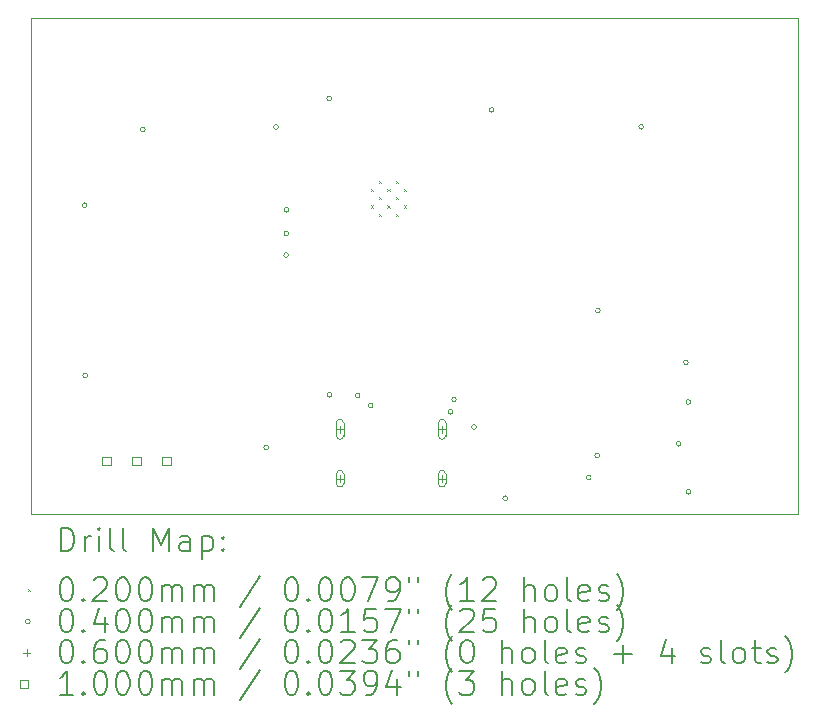
<source format=gbr>
%TF.GenerationSoftware,KiCad,Pcbnew,7.0.10*%
%TF.CreationDate,2025-07-15T10:48:53-04:00*%
%TF.ProjectId,EMGauntlet,454d4761-756e-4746-9c65-742e6b696361,rev?*%
%TF.SameCoordinates,Original*%
%TF.FileFunction,Drillmap*%
%TF.FilePolarity,Positive*%
%FSLAX45Y45*%
G04 Gerber Fmt 4.5, Leading zero omitted, Abs format (unit mm)*
G04 Created by KiCad (PCBNEW 7.0.10) date 2025-07-15 10:48:53*
%MOMM*%
%LPD*%
G01*
G04 APERTURE LIST*
%ADD10C,0.100000*%
%ADD11C,0.200000*%
G04 APERTURE END LIST*
D10*
X19400000Y-8150000D02*
X19400000Y-12350000D01*
X19400000Y-12350000D02*
X12900000Y-12350000D01*
X12900000Y-12350000D02*
X12900000Y-8150000D01*
X12900000Y-8150000D02*
X19400000Y-8150000D01*
D11*
D10*
X15779500Y-9596000D02*
X15799500Y-9616000D01*
X15799500Y-9596000D02*
X15779500Y-9616000D01*
X15779500Y-9736000D02*
X15799500Y-9756000D01*
X15799500Y-9736000D02*
X15779500Y-9756000D01*
X15849500Y-9526000D02*
X15869500Y-9546000D01*
X15869500Y-9526000D02*
X15849500Y-9546000D01*
X15849500Y-9666000D02*
X15869500Y-9686000D01*
X15869500Y-9666000D02*
X15849500Y-9686000D01*
X15849500Y-9806000D02*
X15869500Y-9826000D01*
X15869500Y-9806000D02*
X15849500Y-9826000D01*
X15919500Y-9596000D02*
X15939500Y-9616000D01*
X15939500Y-9596000D02*
X15919500Y-9616000D01*
X15919500Y-9736000D02*
X15939500Y-9756000D01*
X15939500Y-9736000D02*
X15919500Y-9756000D01*
X15989500Y-9526000D02*
X16009500Y-9546000D01*
X16009500Y-9526000D02*
X15989500Y-9546000D01*
X15989500Y-9666000D02*
X16009500Y-9686000D01*
X16009500Y-9666000D02*
X15989500Y-9686000D01*
X15989500Y-9806000D02*
X16009500Y-9826000D01*
X16009500Y-9806000D02*
X15989500Y-9826000D01*
X16059500Y-9596000D02*
X16079500Y-9616000D01*
X16079500Y-9596000D02*
X16059500Y-9616000D01*
X16059500Y-9736000D02*
X16079500Y-9756000D01*
X16079500Y-9736000D02*
X16059500Y-9756000D01*
X13376800Y-9734760D02*
G75*
G03*
X13336800Y-9734760I-20000J0D01*
G01*
X13336800Y-9734760D02*
G75*
G03*
X13376800Y-9734760I20000J0D01*
G01*
X13380700Y-11176700D02*
G75*
G03*
X13340700Y-11176700I-20000J0D01*
G01*
X13340700Y-11176700D02*
G75*
G03*
X13380700Y-11176700I20000J0D01*
G01*
X13868800Y-9094870D02*
G75*
G03*
X13828800Y-9094870I-20000J0D01*
G01*
X13828800Y-9094870D02*
G75*
G03*
X13868800Y-9094870I20000J0D01*
G01*
X14913800Y-11784500D02*
G75*
G03*
X14873800Y-11784500I-20000J0D01*
G01*
X14873800Y-11784500D02*
G75*
G03*
X14913800Y-11784500I20000J0D01*
G01*
X14996000Y-9073620D02*
G75*
G03*
X14956000Y-9073620I-20000J0D01*
G01*
X14956000Y-9073620D02*
G75*
G03*
X14996000Y-9073620I20000J0D01*
G01*
X15082300Y-10157100D02*
G75*
G03*
X15042300Y-10157100I-20000J0D01*
G01*
X15042300Y-10157100D02*
G75*
G03*
X15082300Y-10157100I20000J0D01*
G01*
X15084800Y-9774760D02*
G75*
G03*
X15044800Y-9774760I-20000J0D01*
G01*
X15044800Y-9774760D02*
G75*
G03*
X15084800Y-9774760I20000J0D01*
G01*
X15084800Y-9975140D02*
G75*
G03*
X15044800Y-9975140I-20000J0D01*
G01*
X15044800Y-9975140D02*
G75*
G03*
X15084800Y-9975140I20000J0D01*
G01*
X15447100Y-8831120D02*
G75*
G03*
X15407100Y-8831120I-20000J0D01*
G01*
X15407100Y-8831120D02*
G75*
G03*
X15447100Y-8831120I20000J0D01*
G01*
X15448800Y-11340900D02*
G75*
G03*
X15408800Y-11340900I-20000J0D01*
G01*
X15408800Y-11340900D02*
G75*
G03*
X15448800Y-11340900I20000J0D01*
G01*
X15687700Y-11344800D02*
G75*
G03*
X15647700Y-11344800I-20000J0D01*
G01*
X15647700Y-11344800D02*
G75*
G03*
X15687700Y-11344800I20000J0D01*
G01*
X15798000Y-11429100D02*
G75*
G03*
X15758000Y-11429100I-20000J0D01*
G01*
X15758000Y-11429100D02*
G75*
G03*
X15798000Y-11429100I20000J0D01*
G01*
X16473800Y-11484800D02*
G75*
G03*
X16433800Y-11484800I-20000J0D01*
G01*
X16433800Y-11484800D02*
G75*
G03*
X16473800Y-11484800I20000J0D01*
G01*
X16503700Y-11379600D02*
G75*
G03*
X16463700Y-11379600I-20000J0D01*
G01*
X16463700Y-11379600D02*
G75*
G03*
X16503700Y-11379600I20000J0D01*
G01*
X16673100Y-11612100D02*
G75*
G03*
X16633100Y-11612100I-20000J0D01*
G01*
X16633100Y-11612100D02*
G75*
G03*
X16673100Y-11612100I20000J0D01*
G01*
X16822400Y-8928120D02*
G75*
G03*
X16782400Y-8928120I-20000J0D01*
G01*
X16782400Y-8928120D02*
G75*
G03*
X16822400Y-8928120I20000J0D01*
G01*
X16937200Y-12215500D02*
G75*
G03*
X16897200Y-12215500I-20000J0D01*
G01*
X16897200Y-12215500D02*
G75*
G03*
X16937200Y-12215500I20000J0D01*
G01*
X17643500Y-12039600D02*
G75*
G03*
X17603500Y-12039600I-20000J0D01*
G01*
X17603500Y-12039600D02*
G75*
G03*
X17643500Y-12039600I20000J0D01*
G01*
X17716700Y-11853200D02*
G75*
G03*
X17676700Y-11853200I-20000J0D01*
G01*
X17676700Y-11853200D02*
G75*
G03*
X17716700Y-11853200I20000J0D01*
G01*
X17721700Y-10627700D02*
G75*
G03*
X17681700Y-10627700I-20000J0D01*
G01*
X17681700Y-10627700D02*
G75*
G03*
X17721700Y-10627700I20000J0D01*
G01*
X18087700Y-9071070D02*
G75*
G03*
X18047700Y-9071070I-20000J0D01*
G01*
X18047700Y-9071070D02*
G75*
G03*
X18087700Y-9071070I20000J0D01*
G01*
X18404650Y-11753880D02*
G75*
G03*
X18364650Y-11753880I-20000J0D01*
G01*
X18364650Y-11753880D02*
G75*
G03*
X18404650Y-11753880I20000J0D01*
G01*
X18466900Y-11064600D02*
G75*
G03*
X18426900Y-11064600I-20000J0D01*
G01*
X18426900Y-11064600D02*
G75*
G03*
X18466900Y-11064600I20000J0D01*
G01*
X18487800Y-11400900D02*
G75*
G03*
X18447800Y-11400900I-20000J0D01*
G01*
X18447800Y-11400900D02*
G75*
G03*
X18487800Y-11400900I20000J0D01*
G01*
X18489000Y-12162700D02*
G75*
G03*
X18449000Y-12162700I-20000J0D01*
G01*
X18449000Y-12162700D02*
G75*
G03*
X18489000Y-12162700I20000J0D01*
G01*
X15518000Y-11602000D02*
X15518000Y-11662000D01*
X15488000Y-11632000D02*
X15548000Y-11632000D01*
X15488000Y-11577000D02*
X15488000Y-11687000D01*
X15488000Y-11687000D02*
G75*
G03*
X15548000Y-11687000I30000J0D01*
G01*
X15548000Y-11687000D02*
X15548000Y-11577000D01*
X15548000Y-11577000D02*
G75*
G03*
X15488000Y-11577000I-30000J0D01*
G01*
X15518000Y-12020000D02*
X15518000Y-12080000D01*
X15488000Y-12050000D02*
X15548000Y-12050000D01*
X15488000Y-12010000D02*
X15488000Y-12090000D01*
X15488000Y-12090000D02*
G75*
G03*
X15548000Y-12090000I30000J0D01*
G01*
X15548000Y-12090000D02*
X15548000Y-12010000D01*
X15548000Y-12010000D02*
G75*
G03*
X15488000Y-12010000I-30000J0D01*
G01*
X16382000Y-11602000D02*
X16382000Y-11662000D01*
X16352000Y-11632000D02*
X16412000Y-11632000D01*
X16352000Y-11577000D02*
X16352000Y-11687000D01*
X16352000Y-11687000D02*
G75*
G03*
X16412000Y-11687000I30000J0D01*
G01*
X16412000Y-11687000D02*
X16412000Y-11577000D01*
X16412000Y-11577000D02*
G75*
G03*
X16352000Y-11577000I-30000J0D01*
G01*
X16382000Y-12020000D02*
X16382000Y-12080000D01*
X16352000Y-12050000D02*
X16412000Y-12050000D01*
X16352000Y-12010000D02*
X16352000Y-12090000D01*
X16352000Y-12090000D02*
G75*
G03*
X16412000Y-12090000I30000J0D01*
G01*
X16412000Y-12090000D02*
X16412000Y-12010000D01*
X16412000Y-12010000D02*
G75*
G03*
X16352000Y-12010000I-30000J0D01*
G01*
X13577356Y-11935356D02*
X13577356Y-11864644D01*
X13506644Y-11864644D01*
X13506644Y-11935356D01*
X13577356Y-11935356D01*
X13831356Y-11935356D02*
X13831356Y-11864644D01*
X13760644Y-11864644D01*
X13760644Y-11935356D01*
X13831356Y-11935356D01*
X14085356Y-11935356D02*
X14085356Y-11864644D01*
X14014644Y-11864644D01*
X14014644Y-11935356D01*
X14085356Y-11935356D01*
D11*
X13155777Y-12666484D02*
X13155777Y-12466484D01*
X13155777Y-12466484D02*
X13203396Y-12466484D01*
X13203396Y-12466484D02*
X13231967Y-12476008D01*
X13231967Y-12476008D02*
X13251015Y-12495055D01*
X13251015Y-12495055D02*
X13260539Y-12514103D01*
X13260539Y-12514103D02*
X13270062Y-12552198D01*
X13270062Y-12552198D02*
X13270062Y-12580769D01*
X13270062Y-12580769D02*
X13260539Y-12618865D01*
X13260539Y-12618865D02*
X13251015Y-12637912D01*
X13251015Y-12637912D02*
X13231967Y-12656960D01*
X13231967Y-12656960D02*
X13203396Y-12666484D01*
X13203396Y-12666484D02*
X13155777Y-12666484D01*
X13355777Y-12666484D02*
X13355777Y-12533150D01*
X13355777Y-12571246D02*
X13365301Y-12552198D01*
X13365301Y-12552198D02*
X13374824Y-12542674D01*
X13374824Y-12542674D02*
X13393872Y-12533150D01*
X13393872Y-12533150D02*
X13412920Y-12533150D01*
X13479586Y-12666484D02*
X13479586Y-12533150D01*
X13479586Y-12466484D02*
X13470062Y-12476008D01*
X13470062Y-12476008D02*
X13479586Y-12485531D01*
X13479586Y-12485531D02*
X13489110Y-12476008D01*
X13489110Y-12476008D02*
X13479586Y-12466484D01*
X13479586Y-12466484D02*
X13479586Y-12485531D01*
X13603396Y-12666484D02*
X13584348Y-12656960D01*
X13584348Y-12656960D02*
X13574824Y-12637912D01*
X13574824Y-12637912D02*
X13574824Y-12466484D01*
X13708158Y-12666484D02*
X13689110Y-12656960D01*
X13689110Y-12656960D02*
X13679586Y-12637912D01*
X13679586Y-12637912D02*
X13679586Y-12466484D01*
X13936729Y-12666484D02*
X13936729Y-12466484D01*
X13936729Y-12466484D02*
X14003396Y-12609341D01*
X14003396Y-12609341D02*
X14070062Y-12466484D01*
X14070062Y-12466484D02*
X14070062Y-12666484D01*
X14251015Y-12666484D02*
X14251015Y-12561722D01*
X14251015Y-12561722D02*
X14241491Y-12542674D01*
X14241491Y-12542674D02*
X14222443Y-12533150D01*
X14222443Y-12533150D02*
X14184348Y-12533150D01*
X14184348Y-12533150D02*
X14165301Y-12542674D01*
X14251015Y-12656960D02*
X14231967Y-12666484D01*
X14231967Y-12666484D02*
X14184348Y-12666484D01*
X14184348Y-12666484D02*
X14165301Y-12656960D01*
X14165301Y-12656960D02*
X14155777Y-12637912D01*
X14155777Y-12637912D02*
X14155777Y-12618865D01*
X14155777Y-12618865D02*
X14165301Y-12599817D01*
X14165301Y-12599817D02*
X14184348Y-12590293D01*
X14184348Y-12590293D02*
X14231967Y-12590293D01*
X14231967Y-12590293D02*
X14251015Y-12580769D01*
X14346253Y-12533150D02*
X14346253Y-12733150D01*
X14346253Y-12542674D02*
X14365301Y-12533150D01*
X14365301Y-12533150D02*
X14403396Y-12533150D01*
X14403396Y-12533150D02*
X14422443Y-12542674D01*
X14422443Y-12542674D02*
X14431967Y-12552198D01*
X14431967Y-12552198D02*
X14441491Y-12571246D01*
X14441491Y-12571246D02*
X14441491Y-12628388D01*
X14441491Y-12628388D02*
X14431967Y-12647436D01*
X14431967Y-12647436D02*
X14422443Y-12656960D01*
X14422443Y-12656960D02*
X14403396Y-12666484D01*
X14403396Y-12666484D02*
X14365301Y-12666484D01*
X14365301Y-12666484D02*
X14346253Y-12656960D01*
X14527205Y-12647436D02*
X14536729Y-12656960D01*
X14536729Y-12656960D02*
X14527205Y-12666484D01*
X14527205Y-12666484D02*
X14517682Y-12656960D01*
X14517682Y-12656960D02*
X14527205Y-12647436D01*
X14527205Y-12647436D02*
X14527205Y-12666484D01*
X14527205Y-12542674D02*
X14536729Y-12552198D01*
X14536729Y-12552198D02*
X14527205Y-12561722D01*
X14527205Y-12561722D02*
X14517682Y-12552198D01*
X14517682Y-12552198D02*
X14527205Y-12542674D01*
X14527205Y-12542674D02*
X14527205Y-12561722D01*
D10*
X12875000Y-12985000D02*
X12895000Y-13005000D01*
X12895000Y-12985000D02*
X12875000Y-13005000D01*
D11*
X13193872Y-12886484D02*
X13212920Y-12886484D01*
X13212920Y-12886484D02*
X13231967Y-12896008D01*
X13231967Y-12896008D02*
X13241491Y-12905531D01*
X13241491Y-12905531D02*
X13251015Y-12924579D01*
X13251015Y-12924579D02*
X13260539Y-12962674D01*
X13260539Y-12962674D02*
X13260539Y-13010293D01*
X13260539Y-13010293D02*
X13251015Y-13048388D01*
X13251015Y-13048388D02*
X13241491Y-13067436D01*
X13241491Y-13067436D02*
X13231967Y-13076960D01*
X13231967Y-13076960D02*
X13212920Y-13086484D01*
X13212920Y-13086484D02*
X13193872Y-13086484D01*
X13193872Y-13086484D02*
X13174824Y-13076960D01*
X13174824Y-13076960D02*
X13165301Y-13067436D01*
X13165301Y-13067436D02*
X13155777Y-13048388D01*
X13155777Y-13048388D02*
X13146253Y-13010293D01*
X13146253Y-13010293D02*
X13146253Y-12962674D01*
X13146253Y-12962674D02*
X13155777Y-12924579D01*
X13155777Y-12924579D02*
X13165301Y-12905531D01*
X13165301Y-12905531D02*
X13174824Y-12896008D01*
X13174824Y-12896008D02*
X13193872Y-12886484D01*
X13346253Y-13067436D02*
X13355777Y-13076960D01*
X13355777Y-13076960D02*
X13346253Y-13086484D01*
X13346253Y-13086484D02*
X13336729Y-13076960D01*
X13336729Y-13076960D02*
X13346253Y-13067436D01*
X13346253Y-13067436D02*
X13346253Y-13086484D01*
X13431967Y-12905531D02*
X13441491Y-12896008D01*
X13441491Y-12896008D02*
X13460539Y-12886484D01*
X13460539Y-12886484D02*
X13508158Y-12886484D01*
X13508158Y-12886484D02*
X13527205Y-12896008D01*
X13527205Y-12896008D02*
X13536729Y-12905531D01*
X13536729Y-12905531D02*
X13546253Y-12924579D01*
X13546253Y-12924579D02*
X13546253Y-12943627D01*
X13546253Y-12943627D02*
X13536729Y-12972198D01*
X13536729Y-12972198D02*
X13422443Y-13086484D01*
X13422443Y-13086484D02*
X13546253Y-13086484D01*
X13670062Y-12886484D02*
X13689110Y-12886484D01*
X13689110Y-12886484D02*
X13708158Y-12896008D01*
X13708158Y-12896008D02*
X13717682Y-12905531D01*
X13717682Y-12905531D02*
X13727205Y-12924579D01*
X13727205Y-12924579D02*
X13736729Y-12962674D01*
X13736729Y-12962674D02*
X13736729Y-13010293D01*
X13736729Y-13010293D02*
X13727205Y-13048388D01*
X13727205Y-13048388D02*
X13717682Y-13067436D01*
X13717682Y-13067436D02*
X13708158Y-13076960D01*
X13708158Y-13076960D02*
X13689110Y-13086484D01*
X13689110Y-13086484D02*
X13670062Y-13086484D01*
X13670062Y-13086484D02*
X13651015Y-13076960D01*
X13651015Y-13076960D02*
X13641491Y-13067436D01*
X13641491Y-13067436D02*
X13631967Y-13048388D01*
X13631967Y-13048388D02*
X13622443Y-13010293D01*
X13622443Y-13010293D02*
X13622443Y-12962674D01*
X13622443Y-12962674D02*
X13631967Y-12924579D01*
X13631967Y-12924579D02*
X13641491Y-12905531D01*
X13641491Y-12905531D02*
X13651015Y-12896008D01*
X13651015Y-12896008D02*
X13670062Y-12886484D01*
X13860539Y-12886484D02*
X13879586Y-12886484D01*
X13879586Y-12886484D02*
X13898634Y-12896008D01*
X13898634Y-12896008D02*
X13908158Y-12905531D01*
X13908158Y-12905531D02*
X13917682Y-12924579D01*
X13917682Y-12924579D02*
X13927205Y-12962674D01*
X13927205Y-12962674D02*
X13927205Y-13010293D01*
X13927205Y-13010293D02*
X13917682Y-13048388D01*
X13917682Y-13048388D02*
X13908158Y-13067436D01*
X13908158Y-13067436D02*
X13898634Y-13076960D01*
X13898634Y-13076960D02*
X13879586Y-13086484D01*
X13879586Y-13086484D02*
X13860539Y-13086484D01*
X13860539Y-13086484D02*
X13841491Y-13076960D01*
X13841491Y-13076960D02*
X13831967Y-13067436D01*
X13831967Y-13067436D02*
X13822443Y-13048388D01*
X13822443Y-13048388D02*
X13812920Y-13010293D01*
X13812920Y-13010293D02*
X13812920Y-12962674D01*
X13812920Y-12962674D02*
X13822443Y-12924579D01*
X13822443Y-12924579D02*
X13831967Y-12905531D01*
X13831967Y-12905531D02*
X13841491Y-12896008D01*
X13841491Y-12896008D02*
X13860539Y-12886484D01*
X14012920Y-13086484D02*
X14012920Y-12953150D01*
X14012920Y-12972198D02*
X14022443Y-12962674D01*
X14022443Y-12962674D02*
X14041491Y-12953150D01*
X14041491Y-12953150D02*
X14070063Y-12953150D01*
X14070063Y-12953150D02*
X14089110Y-12962674D01*
X14089110Y-12962674D02*
X14098634Y-12981722D01*
X14098634Y-12981722D02*
X14098634Y-13086484D01*
X14098634Y-12981722D02*
X14108158Y-12962674D01*
X14108158Y-12962674D02*
X14127205Y-12953150D01*
X14127205Y-12953150D02*
X14155777Y-12953150D01*
X14155777Y-12953150D02*
X14174824Y-12962674D01*
X14174824Y-12962674D02*
X14184348Y-12981722D01*
X14184348Y-12981722D02*
X14184348Y-13086484D01*
X14279586Y-13086484D02*
X14279586Y-12953150D01*
X14279586Y-12972198D02*
X14289110Y-12962674D01*
X14289110Y-12962674D02*
X14308158Y-12953150D01*
X14308158Y-12953150D02*
X14336729Y-12953150D01*
X14336729Y-12953150D02*
X14355777Y-12962674D01*
X14355777Y-12962674D02*
X14365301Y-12981722D01*
X14365301Y-12981722D02*
X14365301Y-13086484D01*
X14365301Y-12981722D02*
X14374824Y-12962674D01*
X14374824Y-12962674D02*
X14393872Y-12953150D01*
X14393872Y-12953150D02*
X14422443Y-12953150D01*
X14422443Y-12953150D02*
X14441491Y-12962674D01*
X14441491Y-12962674D02*
X14451015Y-12981722D01*
X14451015Y-12981722D02*
X14451015Y-13086484D01*
X14841491Y-12876960D02*
X14670063Y-13134103D01*
X15098634Y-12886484D02*
X15117682Y-12886484D01*
X15117682Y-12886484D02*
X15136729Y-12896008D01*
X15136729Y-12896008D02*
X15146253Y-12905531D01*
X15146253Y-12905531D02*
X15155777Y-12924579D01*
X15155777Y-12924579D02*
X15165301Y-12962674D01*
X15165301Y-12962674D02*
X15165301Y-13010293D01*
X15165301Y-13010293D02*
X15155777Y-13048388D01*
X15155777Y-13048388D02*
X15146253Y-13067436D01*
X15146253Y-13067436D02*
X15136729Y-13076960D01*
X15136729Y-13076960D02*
X15117682Y-13086484D01*
X15117682Y-13086484D02*
X15098634Y-13086484D01*
X15098634Y-13086484D02*
X15079586Y-13076960D01*
X15079586Y-13076960D02*
X15070063Y-13067436D01*
X15070063Y-13067436D02*
X15060539Y-13048388D01*
X15060539Y-13048388D02*
X15051015Y-13010293D01*
X15051015Y-13010293D02*
X15051015Y-12962674D01*
X15051015Y-12962674D02*
X15060539Y-12924579D01*
X15060539Y-12924579D02*
X15070063Y-12905531D01*
X15070063Y-12905531D02*
X15079586Y-12896008D01*
X15079586Y-12896008D02*
X15098634Y-12886484D01*
X15251015Y-13067436D02*
X15260539Y-13076960D01*
X15260539Y-13076960D02*
X15251015Y-13086484D01*
X15251015Y-13086484D02*
X15241491Y-13076960D01*
X15241491Y-13076960D02*
X15251015Y-13067436D01*
X15251015Y-13067436D02*
X15251015Y-13086484D01*
X15384348Y-12886484D02*
X15403396Y-12886484D01*
X15403396Y-12886484D02*
X15422444Y-12896008D01*
X15422444Y-12896008D02*
X15431967Y-12905531D01*
X15431967Y-12905531D02*
X15441491Y-12924579D01*
X15441491Y-12924579D02*
X15451015Y-12962674D01*
X15451015Y-12962674D02*
X15451015Y-13010293D01*
X15451015Y-13010293D02*
X15441491Y-13048388D01*
X15441491Y-13048388D02*
X15431967Y-13067436D01*
X15431967Y-13067436D02*
X15422444Y-13076960D01*
X15422444Y-13076960D02*
X15403396Y-13086484D01*
X15403396Y-13086484D02*
X15384348Y-13086484D01*
X15384348Y-13086484D02*
X15365301Y-13076960D01*
X15365301Y-13076960D02*
X15355777Y-13067436D01*
X15355777Y-13067436D02*
X15346253Y-13048388D01*
X15346253Y-13048388D02*
X15336729Y-13010293D01*
X15336729Y-13010293D02*
X15336729Y-12962674D01*
X15336729Y-12962674D02*
X15346253Y-12924579D01*
X15346253Y-12924579D02*
X15355777Y-12905531D01*
X15355777Y-12905531D02*
X15365301Y-12896008D01*
X15365301Y-12896008D02*
X15384348Y-12886484D01*
X15574825Y-12886484D02*
X15593872Y-12886484D01*
X15593872Y-12886484D02*
X15612920Y-12896008D01*
X15612920Y-12896008D02*
X15622444Y-12905531D01*
X15622444Y-12905531D02*
X15631967Y-12924579D01*
X15631967Y-12924579D02*
X15641491Y-12962674D01*
X15641491Y-12962674D02*
X15641491Y-13010293D01*
X15641491Y-13010293D02*
X15631967Y-13048388D01*
X15631967Y-13048388D02*
X15622444Y-13067436D01*
X15622444Y-13067436D02*
X15612920Y-13076960D01*
X15612920Y-13076960D02*
X15593872Y-13086484D01*
X15593872Y-13086484D02*
X15574825Y-13086484D01*
X15574825Y-13086484D02*
X15555777Y-13076960D01*
X15555777Y-13076960D02*
X15546253Y-13067436D01*
X15546253Y-13067436D02*
X15536729Y-13048388D01*
X15536729Y-13048388D02*
X15527206Y-13010293D01*
X15527206Y-13010293D02*
X15527206Y-12962674D01*
X15527206Y-12962674D02*
X15536729Y-12924579D01*
X15536729Y-12924579D02*
X15546253Y-12905531D01*
X15546253Y-12905531D02*
X15555777Y-12896008D01*
X15555777Y-12896008D02*
X15574825Y-12886484D01*
X15708158Y-12886484D02*
X15841491Y-12886484D01*
X15841491Y-12886484D02*
X15755777Y-13086484D01*
X15927206Y-13086484D02*
X15965301Y-13086484D01*
X15965301Y-13086484D02*
X15984348Y-13076960D01*
X15984348Y-13076960D02*
X15993872Y-13067436D01*
X15993872Y-13067436D02*
X16012920Y-13038865D01*
X16012920Y-13038865D02*
X16022444Y-13000769D01*
X16022444Y-13000769D02*
X16022444Y-12924579D01*
X16022444Y-12924579D02*
X16012920Y-12905531D01*
X16012920Y-12905531D02*
X16003396Y-12896008D01*
X16003396Y-12896008D02*
X15984348Y-12886484D01*
X15984348Y-12886484D02*
X15946253Y-12886484D01*
X15946253Y-12886484D02*
X15927206Y-12896008D01*
X15927206Y-12896008D02*
X15917682Y-12905531D01*
X15917682Y-12905531D02*
X15908158Y-12924579D01*
X15908158Y-12924579D02*
X15908158Y-12972198D01*
X15908158Y-12972198D02*
X15917682Y-12991246D01*
X15917682Y-12991246D02*
X15927206Y-13000769D01*
X15927206Y-13000769D02*
X15946253Y-13010293D01*
X15946253Y-13010293D02*
X15984348Y-13010293D01*
X15984348Y-13010293D02*
X16003396Y-13000769D01*
X16003396Y-13000769D02*
X16012920Y-12991246D01*
X16012920Y-12991246D02*
X16022444Y-12972198D01*
X16098634Y-12886484D02*
X16098634Y-12924579D01*
X16174825Y-12886484D02*
X16174825Y-12924579D01*
X16470063Y-13162674D02*
X16460539Y-13153150D01*
X16460539Y-13153150D02*
X16441491Y-13124579D01*
X16441491Y-13124579D02*
X16431968Y-13105531D01*
X16431968Y-13105531D02*
X16422444Y-13076960D01*
X16422444Y-13076960D02*
X16412920Y-13029341D01*
X16412920Y-13029341D02*
X16412920Y-12991246D01*
X16412920Y-12991246D02*
X16422444Y-12943627D01*
X16422444Y-12943627D02*
X16431968Y-12915055D01*
X16431968Y-12915055D02*
X16441491Y-12896008D01*
X16441491Y-12896008D02*
X16460539Y-12867436D01*
X16460539Y-12867436D02*
X16470063Y-12857912D01*
X16651015Y-13086484D02*
X16536729Y-13086484D01*
X16593872Y-13086484D02*
X16593872Y-12886484D01*
X16593872Y-12886484D02*
X16574825Y-12915055D01*
X16574825Y-12915055D02*
X16555777Y-12934103D01*
X16555777Y-12934103D02*
X16536729Y-12943627D01*
X16727206Y-12905531D02*
X16736729Y-12896008D01*
X16736729Y-12896008D02*
X16755777Y-12886484D01*
X16755777Y-12886484D02*
X16803396Y-12886484D01*
X16803396Y-12886484D02*
X16822444Y-12896008D01*
X16822444Y-12896008D02*
X16831968Y-12905531D01*
X16831968Y-12905531D02*
X16841491Y-12924579D01*
X16841491Y-12924579D02*
X16841491Y-12943627D01*
X16841491Y-12943627D02*
X16831968Y-12972198D01*
X16831968Y-12972198D02*
X16717682Y-13086484D01*
X16717682Y-13086484D02*
X16841491Y-13086484D01*
X17079587Y-13086484D02*
X17079587Y-12886484D01*
X17165301Y-13086484D02*
X17165301Y-12981722D01*
X17165301Y-12981722D02*
X17155777Y-12962674D01*
X17155777Y-12962674D02*
X17136730Y-12953150D01*
X17136730Y-12953150D02*
X17108158Y-12953150D01*
X17108158Y-12953150D02*
X17089111Y-12962674D01*
X17089111Y-12962674D02*
X17079587Y-12972198D01*
X17289111Y-13086484D02*
X17270063Y-13076960D01*
X17270063Y-13076960D02*
X17260539Y-13067436D01*
X17260539Y-13067436D02*
X17251015Y-13048388D01*
X17251015Y-13048388D02*
X17251015Y-12991246D01*
X17251015Y-12991246D02*
X17260539Y-12972198D01*
X17260539Y-12972198D02*
X17270063Y-12962674D01*
X17270063Y-12962674D02*
X17289111Y-12953150D01*
X17289111Y-12953150D02*
X17317682Y-12953150D01*
X17317682Y-12953150D02*
X17336730Y-12962674D01*
X17336730Y-12962674D02*
X17346253Y-12972198D01*
X17346253Y-12972198D02*
X17355777Y-12991246D01*
X17355777Y-12991246D02*
X17355777Y-13048388D01*
X17355777Y-13048388D02*
X17346253Y-13067436D01*
X17346253Y-13067436D02*
X17336730Y-13076960D01*
X17336730Y-13076960D02*
X17317682Y-13086484D01*
X17317682Y-13086484D02*
X17289111Y-13086484D01*
X17470063Y-13086484D02*
X17451015Y-13076960D01*
X17451015Y-13076960D02*
X17441492Y-13057912D01*
X17441492Y-13057912D02*
X17441492Y-12886484D01*
X17622444Y-13076960D02*
X17603396Y-13086484D01*
X17603396Y-13086484D02*
X17565301Y-13086484D01*
X17565301Y-13086484D02*
X17546253Y-13076960D01*
X17546253Y-13076960D02*
X17536730Y-13057912D01*
X17536730Y-13057912D02*
X17536730Y-12981722D01*
X17536730Y-12981722D02*
X17546253Y-12962674D01*
X17546253Y-12962674D02*
X17565301Y-12953150D01*
X17565301Y-12953150D02*
X17603396Y-12953150D01*
X17603396Y-12953150D02*
X17622444Y-12962674D01*
X17622444Y-12962674D02*
X17631968Y-12981722D01*
X17631968Y-12981722D02*
X17631968Y-13000769D01*
X17631968Y-13000769D02*
X17536730Y-13019817D01*
X17708158Y-13076960D02*
X17727206Y-13086484D01*
X17727206Y-13086484D02*
X17765301Y-13086484D01*
X17765301Y-13086484D02*
X17784349Y-13076960D01*
X17784349Y-13076960D02*
X17793873Y-13057912D01*
X17793873Y-13057912D02*
X17793873Y-13048388D01*
X17793873Y-13048388D02*
X17784349Y-13029341D01*
X17784349Y-13029341D02*
X17765301Y-13019817D01*
X17765301Y-13019817D02*
X17736730Y-13019817D01*
X17736730Y-13019817D02*
X17717682Y-13010293D01*
X17717682Y-13010293D02*
X17708158Y-12991246D01*
X17708158Y-12991246D02*
X17708158Y-12981722D01*
X17708158Y-12981722D02*
X17717682Y-12962674D01*
X17717682Y-12962674D02*
X17736730Y-12953150D01*
X17736730Y-12953150D02*
X17765301Y-12953150D01*
X17765301Y-12953150D02*
X17784349Y-12962674D01*
X17860539Y-13162674D02*
X17870063Y-13153150D01*
X17870063Y-13153150D02*
X17889111Y-13124579D01*
X17889111Y-13124579D02*
X17898634Y-13105531D01*
X17898634Y-13105531D02*
X17908158Y-13076960D01*
X17908158Y-13076960D02*
X17917682Y-13029341D01*
X17917682Y-13029341D02*
X17917682Y-12991246D01*
X17917682Y-12991246D02*
X17908158Y-12943627D01*
X17908158Y-12943627D02*
X17898634Y-12915055D01*
X17898634Y-12915055D02*
X17889111Y-12896008D01*
X17889111Y-12896008D02*
X17870063Y-12867436D01*
X17870063Y-12867436D02*
X17860539Y-12857912D01*
D10*
X12895000Y-13259000D02*
G75*
G03*
X12855000Y-13259000I-20000J0D01*
G01*
X12855000Y-13259000D02*
G75*
G03*
X12895000Y-13259000I20000J0D01*
G01*
D11*
X13193872Y-13150484D02*
X13212920Y-13150484D01*
X13212920Y-13150484D02*
X13231967Y-13160008D01*
X13231967Y-13160008D02*
X13241491Y-13169531D01*
X13241491Y-13169531D02*
X13251015Y-13188579D01*
X13251015Y-13188579D02*
X13260539Y-13226674D01*
X13260539Y-13226674D02*
X13260539Y-13274293D01*
X13260539Y-13274293D02*
X13251015Y-13312388D01*
X13251015Y-13312388D02*
X13241491Y-13331436D01*
X13241491Y-13331436D02*
X13231967Y-13340960D01*
X13231967Y-13340960D02*
X13212920Y-13350484D01*
X13212920Y-13350484D02*
X13193872Y-13350484D01*
X13193872Y-13350484D02*
X13174824Y-13340960D01*
X13174824Y-13340960D02*
X13165301Y-13331436D01*
X13165301Y-13331436D02*
X13155777Y-13312388D01*
X13155777Y-13312388D02*
X13146253Y-13274293D01*
X13146253Y-13274293D02*
X13146253Y-13226674D01*
X13146253Y-13226674D02*
X13155777Y-13188579D01*
X13155777Y-13188579D02*
X13165301Y-13169531D01*
X13165301Y-13169531D02*
X13174824Y-13160008D01*
X13174824Y-13160008D02*
X13193872Y-13150484D01*
X13346253Y-13331436D02*
X13355777Y-13340960D01*
X13355777Y-13340960D02*
X13346253Y-13350484D01*
X13346253Y-13350484D02*
X13336729Y-13340960D01*
X13336729Y-13340960D02*
X13346253Y-13331436D01*
X13346253Y-13331436D02*
X13346253Y-13350484D01*
X13527205Y-13217150D02*
X13527205Y-13350484D01*
X13479586Y-13140960D02*
X13431967Y-13283817D01*
X13431967Y-13283817D02*
X13555777Y-13283817D01*
X13670062Y-13150484D02*
X13689110Y-13150484D01*
X13689110Y-13150484D02*
X13708158Y-13160008D01*
X13708158Y-13160008D02*
X13717682Y-13169531D01*
X13717682Y-13169531D02*
X13727205Y-13188579D01*
X13727205Y-13188579D02*
X13736729Y-13226674D01*
X13736729Y-13226674D02*
X13736729Y-13274293D01*
X13736729Y-13274293D02*
X13727205Y-13312388D01*
X13727205Y-13312388D02*
X13717682Y-13331436D01*
X13717682Y-13331436D02*
X13708158Y-13340960D01*
X13708158Y-13340960D02*
X13689110Y-13350484D01*
X13689110Y-13350484D02*
X13670062Y-13350484D01*
X13670062Y-13350484D02*
X13651015Y-13340960D01*
X13651015Y-13340960D02*
X13641491Y-13331436D01*
X13641491Y-13331436D02*
X13631967Y-13312388D01*
X13631967Y-13312388D02*
X13622443Y-13274293D01*
X13622443Y-13274293D02*
X13622443Y-13226674D01*
X13622443Y-13226674D02*
X13631967Y-13188579D01*
X13631967Y-13188579D02*
X13641491Y-13169531D01*
X13641491Y-13169531D02*
X13651015Y-13160008D01*
X13651015Y-13160008D02*
X13670062Y-13150484D01*
X13860539Y-13150484D02*
X13879586Y-13150484D01*
X13879586Y-13150484D02*
X13898634Y-13160008D01*
X13898634Y-13160008D02*
X13908158Y-13169531D01*
X13908158Y-13169531D02*
X13917682Y-13188579D01*
X13917682Y-13188579D02*
X13927205Y-13226674D01*
X13927205Y-13226674D02*
X13927205Y-13274293D01*
X13927205Y-13274293D02*
X13917682Y-13312388D01*
X13917682Y-13312388D02*
X13908158Y-13331436D01*
X13908158Y-13331436D02*
X13898634Y-13340960D01*
X13898634Y-13340960D02*
X13879586Y-13350484D01*
X13879586Y-13350484D02*
X13860539Y-13350484D01*
X13860539Y-13350484D02*
X13841491Y-13340960D01*
X13841491Y-13340960D02*
X13831967Y-13331436D01*
X13831967Y-13331436D02*
X13822443Y-13312388D01*
X13822443Y-13312388D02*
X13812920Y-13274293D01*
X13812920Y-13274293D02*
X13812920Y-13226674D01*
X13812920Y-13226674D02*
X13822443Y-13188579D01*
X13822443Y-13188579D02*
X13831967Y-13169531D01*
X13831967Y-13169531D02*
X13841491Y-13160008D01*
X13841491Y-13160008D02*
X13860539Y-13150484D01*
X14012920Y-13350484D02*
X14012920Y-13217150D01*
X14012920Y-13236198D02*
X14022443Y-13226674D01*
X14022443Y-13226674D02*
X14041491Y-13217150D01*
X14041491Y-13217150D02*
X14070063Y-13217150D01*
X14070063Y-13217150D02*
X14089110Y-13226674D01*
X14089110Y-13226674D02*
X14098634Y-13245722D01*
X14098634Y-13245722D02*
X14098634Y-13350484D01*
X14098634Y-13245722D02*
X14108158Y-13226674D01*
X14108158Y-13226674D02*
X14127205Y-13217150D01*
X14127205Y-13217150D02*
X14155777Y-13217150D01*
X14155777Y-13217150D02*
X14174824Y-13226674D01*
X14174824Y-13226674D02*
X14184348Y-13245722D01*
X14184348Y-13245722D02*
X14184348Y-13350484D01*
X14279586Y-13350484D02*
X14279586Y-13217150D01*
X14279586Y-13236198D02*
X14289110Y-13226674D01*
X14289110Y-13226674D02*
X14308158Y-13217150D01*
X14308158Y-13217150D02*
X14336729Y-13217150D01*
X14336729Y-13217150D02*
X14355777Y-13226674D01*
X14355777Y-13226674D02*
X14365301Y-13245722D01*
X14365301Y-13245722D02*
X14365301Y-13350484D01*
X14365301Y-13245722D02*
X14374824Y-13226674D01*
X14374824Y-13226674D02*
X14393872Y-13217150D01*
X14393872Y-13217150D02*
X14422443Y-13217150D01*
X14422443Y-13217150D02*
X14441491Y-13226674D01*
X14441491Y-13226674D02*
X14451015Y-13245722D01*
X14451015Y-13245722D02*
X14451015Y-13350484D01*
X14841491Y-13140960D02*
X14670063Y-13398103D01*
X15098634Y-13150484D02*
X15117682Y-13150484D01*
X15117682Y-13150484D02*
X15136729Y-13160008D01*
X15136729Y-13160008D02*
X15146253Y-13169531D01*
X15146253Y-13169531D02*
X15155777Y-13188579D01*
X15155777Y-13188579D02*
X15165301Y-13226674D01*
X15165301Y-13226674D02*
X15165301Y-13274293D01*
X15165301Y-13274293D02*
X15155777Y-13312388D01*
X15155777Y-13312388D02*
X15146253Y-13331436D01*
X15146253Y-13331436D02*
X15136729Y-13340960D01*
X15136729Y-13340960D02*
X15117682Y-13350484D01*
X15117682Y-13350484D02*
X15098634Y-13350484D01*
X15098634Y-13350484D02*
X15079586Y-13340960D01*
X15079586Y-13340960D02*
X15070063Y-13331436D01*
X15070063Y-13331436D02*
X15060539Y-13312388D01*
X15060539Y-13312388D02*
X15051015Y-13274293D01*
X15051015Y-13274293D02*
X15051015Y-13226674D01*
X15051015Y-13226674D02*
X15060539Y-13188579D01*
X15060539Y-13188579D02*
X15070063Y-13169531D01*
X15070063Y-13169531D02*
X15079586Y-13160008D01*
X15079586Y-13160008D02*
X15098634Y-13150484D01*
X15251015Y-13331436D02*
X15260539Y-13340960D01*
X15260539Y-13340960D02*
X15251015Y-13350484D01*
X15251015Y-13350484D02*
X15241491Y-13340960D01*
X15241491Y-13340960D02*
X15251015Y-13331436D01*
X15251015Y-13331436D02*
X15251015Y-13350484D01*
X15384348Y-13150484D02*
X15403396Y-13150484D01*
X15403396Y-13150484D02*
X15422444Y-13160008D01*
X15422444Y-13160008D02*
X15431967Y-13169531D01*
X15431967Y-13169531D02*
X15441491Y-13188579D01*
X15441491Y-13188579D02*
X15451015Y-13226674D01*
X15451015Y-13226674D02*
X15451015Y-13274293D01*
X15451015Y-13274293D02*
X15441491Y-13312388D01*
X15441491Y-13312388D02*
X15431967Y-13331436D01*
X15431967Y-13331436D02*
X15422444Y-13340960D01*
X15422444Y-13340960D02*
X15403396Y-13350484D01*
X15403396Y-13350484D02*
X15384348Y-13350484D01*
X15384348Y-13350484D02*
X15365301Y-13340960D01*
X15365301Y-13340960D02*
X15355777Y-13331436D01*
X15355777Y-13331436D02*
X15346253Y-13312388D01*
X15346253Y-13312388D02*
X15336729Y-13274293D01*
X15336729Y-13274293D02*
X15336729Y-13226674D01*
X15336729Y-13226674D02*
X15346253Y-13188579D01*
X15346253Y-13188579D02*
X15355777Y-13169531D01*
X15355777Y-13169531D02*
X15365301Y-13160008D01*
X15365301Y-13160008D02*
X15384348Y-13150484D01*
X15641491Y-13350484D02*
X15527206Y-13350484D01*
X15584348Y-13350484D02*
X15584348Y-13150484D01*
X15584348Y-13150484D02*
X15565301Y-13179055D01*
X15565301Y-13179055D02*
X15546253Y-13198103D01*
X15546253Y-13198103D02*
X15527206Y-13207627D01*
X15822444Y-13150484D02*
X15727206Y-13150484D01*
X15727206Y-13150484D02*
X15717682Y-13245722D01*
X15717682Y-13245722D02*
X15727206Y-13236198D01*
X15727206Y-13236198D02*
X15746253Y-13226674D01*
X15746253Y-13226674D02*
X15793872Y-13226674D01*
X15793872Y-13226674D02*
X15812920Y-13236198D01*
X15812920Y-13236198D02*
X15822444Y-13245722D01*
X15822444Y-13245722D02*
X15831967Y-13264769D01*
X15831967Y-13264769D02*
X15831967Y-13312388D01*
X15831967Y-13312388D02*
X15822444Y-13331436D01*
X15822444Y-13331436D02*
X15812920Y-13340960D01*
X15812920Y-13340960D02*
X15793872Y-13350484D01*
X15793872Y-13350484D02*
X15746253Y-13350484D01*
X15746253Y-13350484D02*
X15727206Y-13340960D01*
X15727206Y-13340960D02*
X15717682Y-13331436D01*
X15898634Y-13150484D02*
X16031967Y-13150484D01*
X16031967Y-13150484D02*
X15946253Y-13350484D01*
X16098634Y-13150484D02*
X16098634Y-13188579D01*
X16174825Y-13150484D02*
X16174825Y-13188579D01*
X16470063Y-13426674D02*
X16460539Y-13417150D01*
X16460539Y-13417150D02*
X16441491Y-13388579D01*
X16441491Y-13388579D02*
X16431968Y-13369531D01*
X16431968Y-13369531D02*
X16422444Y-13340960D01*
X16422444Y-13340960D02*
X16412920Y-13293341D01*
X16412920Y-13293341D02*
X16412920Y-13255246D01*
X16412920Y-13255246D02*
X16422444Y-13207627D01*
X16422444Y-13207627D02*
X16431968Y-13179055D01*
X16431968Y-13179055D02*
X16441491Y-13160008D01*
X16441491Y-13160008D02*
X16460539Y-13131436D01*
X16460539Y-13131436D02*
X16470063Y-13121912D01*
X16536729Y-13169531D02*
X16546253Y-13160008D01*
X16546253Y-13160008D02*
X16565301Y-13150484D01*
X16565301Y-13150484D02*
X16612920Y-13150484D01*
X16612920Y-13150484D02*
X16631968Y-13160008D01*
X16631968Y-13160008D02*
X16641491Y-13169531D01*
X16641491Y-13169531D02*
X16651015Y-13188579D01*
X16651015Y-13188579D02*
X16651015Y-13207627D01*
X16651015Y-13207627D02*
X16641491Y-13236198D01*
X16641491Y-13236198D02*
X16527206Y-13350484D01*
X16527206Y-13350484D02*
X16651015Y-13350484D01*
X16831968Y-13150484D02*
X16736729Y-13150484D01*
X16736729Y-13150484D02*
X16727206Y-13245722D01*
X16727206Y-13245722D02*
X16736729Y-13236198D01*
X16736729Y-13236198D02*
X16755777Y-13226674D01*
X16755777Y-13226674D02*
X16803396Y-13226674D01*
X16803396Y-13226674D02*
X16822444Y-13236198D01*
X16822444Y-13236198D02*
X16831968Y-13245722D01*
X16831968Y-13245722D02*
X16841491Y-13264769D01*
X16841491Y-13264769D02*
X16841491Y-13312388D01*
X16841491Y-13312388D02*
X16831968Y-13331436D01*
X16831968Y-13331436D02*
X16822444Y-13340960D01*
X16822444Y-13340960D02*
X16803396Y-13350484D01*
X16803396Y-13350484D02*
X16755777Y-13350484D01*
X16755777Y-13350484D02*
X16736729Y-13340960D01*
X16736729Y-13340960D02*
X16727206Y-13331436D01*
X17079587Y-13350484D02*
X17079587Y-13150484D01*
X17165301Y-13350484D02*
X17165301Y-13245722D01*
X17165301Y-13245722D02*
X17155777Y-13226674D01*
X17155777Y-13226674D02*
X17136730Y-13217150D01*
X17136730Y-13217150D02*
X17108158Y-13217150D01*
X17108158Y-13217150D02*
X17089111Y-13226674D01*
X17089111Y-13226674D02*
X17079587Y-13236198D01*
X17289111Y-13350484D02*
X17270063Y-13340960D01*
X17270063Y-13340960D02*
X17260539Y-13331436D01*
X17260539Y-13331436D02*
X17251015Y-13312388D01*
X17251015Y-13312388D02*
X17251015Y-13255246D01*
X17251015Y-13255246D02*
X17260539Y-13236198D01*
X17260539Y-13236198D02*
X17270063Y-13226674D01*
X17270063Y-13226674D02*
X17289111Y-13217150D01*
X17289111Y-13217150D02*
X17317682Y-13217150D01*
X17317682Y-13217150D02*
X17336730Y-13226674D01*
X17336730Y-13226674D02*
X17346253Y-13236198D01*
X17346253Y-13236198D02*
X17355777Y-13255246D01*
X17355777Y-13255246D02*
X17355777Y-13312388D01*
X17355777Y-13312388D02*
X17346253Y-13331436D01*
X17346253Y-13331436D02*
X17336730Y-13340960D01*
X17336730Y-13340960D02*
X17317682Y-13350484D01*
X17317682Y-13350484D02*
X17289111Y-13350484D01*
X17470063Y-13350484D02*
X17451015Y-13340960D01*
X17451015Y-13340960D02*
X17441492Y-13321912D01*
X17441492Y-13321912D02*
X17441492Y-13150484D01*
X17622444Y-13340960D02*
X17603396Y-13350484D01*
X17603396Y-13350484D02*
X17565301Y-13350484D01*
X17565301Y-13350484D02*
X17546253Y-13340960D01*
X17546253Y-13340960D02*
X17536730Y-13321912D01*
X17536730Y-13321912D02*
X17536730Y-13245722D01*
X17536730Y-13245722D02*
X17546253Y-13226674D01*
X17546253Y-13226674D02*
X17565301Y-13217150D01*
X17565301Y-13217150D02*
X17603396Y-13217150D01*
X17603396Y-13217150D02*
X17622444Y-13226674D01*
X17622444Y-13226674D02*
X17631968Y-13245722D01*
X17631968Y-13245722D02*
X17631968Y-13264769D01*
X17631968Y-13264769D02*
X17536730Y-13283817D01*
X17708158Y-13340960D02*
X17727206Y-13350484D01*
X17727206Y-13350484D02*
X17765301Y-13350484D01*
X17765301Y-13350484D02*
X17784349Y-13340960D01*
X17784349Y-13340960D02*
X17793873Y-13321912D01*
X17793873Y-13321912D02*
X17793873Y-13312388D01*
X17793873Y-13312388D02*
X17784349Y-13293341D01*
X17784349Y-13293341D02*
X17765301Y-13283817D01*
X17765301Y-13283817D02*
X17736730Y-13283817D01*
X17736730Y-13283817D02*
X17717682Y-13274293D01*
X17717682Y-13274293D02*
X17708158Y-13255246D01*
X17708158Y-13255246D02*
X17708158Y-13245722D01*
X17708158Y-13245722D02*
X17717682Y-13226674D01*
X17717682Y-13226674D02*
X17736730Y-13217150D01*
X17736730Y-13217150D02*
X17765301Y-13217150D01*
X17765301Y-13217150D02*
X17784349Y-13226674D01*
X17860539Y-13426674D02*
X17870063Y-13417150D01*
X17870063Y-13417150D02*
X17889111Y-13388579D01*
X17889111Y-13388579D02*
X17898634Y-13369531D01*
X17898634Y-13369531D02*
X17908158Y-13340960D01*
X17908158Y-13340960D02*
X17917682Y-13293341D01*
X17917682Y-13293341D02*
X17917682Y-13255246D01*
X17917682Y-13255246D02*
X17908158Y-13207627D01*
X17908158Y-13207627D02*
X17898634Y-13179055D01*
X17898634Y-13179055D02*
X17889111Y-13160008D01*
X17889111Y-13160008D02*
X17870063Y-13131436D01*
X17870063Y-13131436D02*
X17860539Y-13121912D01*
D10*
X12865000Y-13493000D02*
X12865000Y-13553000D01*
X12835000Y-13523000D02*
X12895000Y-13523000D01*
D11*
X13193872Y-13414484D02*
X13212920Y-13414484D01*
X13212920Y-13414484D02*
X13231967Y-13424008D01*
X13231967Y-13424008D02*
X13241491Y-13433531D01*
X13241491Y-13433531D02*
X13251015Y-13452579D01*
X13251015Y-13452579D02*
X13260539Y-13490674D01*
X13260539Y-13490674D02*
X13260539Y-13538293D01*
X13260539Y-13538293D02*
X13251015Y-13576388D01*
X13251015Y-13576388D02*
X13241491Y-13595436D01*
X13241491Y-13595436D02*
X13231967Y-13604960D01*
X13231967Y-13604960D02*
X13212920Y-13614484D01*
X13212920Y-13614484D02*
X13193872Y-13614484D01*
X13193872Y-13614484D02*
X13174824Y-13604960D01*
X13174824Y-13604960D02*
X13165301Y-13595436D01*
X13165301Y-13595436D02*
X13155777Y-13576388D01*
X13155777Y-13576388D02*
X13146253Y-13538293D01*
X13146253Y-13538293D02*
X13146253Y-13490674D01*
X13146253Y-13490674D02*
X13155777Y-13452579D01*
X13155777Y-13452579D02*
X13165301Y-13433531D01*
X13165301Y-13433531D02*
X13174824Y-13424008D01*
X13174824Y-13424008D02*
X13193872Y-13414484D01*
X13346253Y-13595436D02*
X13355777Y-13604960D01*
X13355777Y-13604960D02*
X13346253Y-13614484D01*
X13346253Y-13614484D02*
X13336729Y-13604960D01*
X13336729Y-13604960D02*
X13346253Y-13595436D01*
X13346253Y-13595436D02*
X13346253Y-13614484D01*
X13527205Y-13414484D02*
X13489110Y-13414484D01*
X13489110Y-13414484D02*
X13470062Y-13424008D01*
X13470062Y-13424008D02*
X13460539Y-13433531D01*
X13460539Y-13433531D02*
X13441491Y-13462103D01*
X13441491Y-13462103D02*
X13431967Y-13500198D01*
X13431967Y-13500198D02*
X13431967Y-13576388D01*
X13431967Y-13576388D02*
X13441491Y-13595436D01*
X13441491Y-13595436D02*
X13451015Y-13604960D01*
X13451015Y-13604960D02*
X13470062Y-13614484D01*
X13470062Y-13614484D02*
X13508158Y-13614484D01*
X13508158Y-13614484D02*
X13527205Y-13604960D01*
X13527205Y-13604960D02*
X13536729Y-13595436D01*
X13536729Y-13595436D02*
X13546253Y-13576388D01*
X13546253Y-13576388D02*
X13546253Y-13528769D01*
X13546253Y-13528769D02*
X13536729Y-13509722D01*
X13536729Y-13509722D02*
X13527205Y-13500198D01*
X13527205Y-13500198D02*
X13508158Y-13490674D01*
X13508158Y-13490674D02*
X13470062Y-13490674D01*
X13470062Y-13490674D02*
X13451015Y-13500198D01*
X13451015Y-13500198D02*
X13441491Y-13509722D01*
X13441491Y-13509722D02*
X13431967Y-13528769D01*
X13670062Y-13414484D02*
X13689110Y-13414484D01*
X13689110Y-13414484D02*
X13708158Y-13424008D01*
X13708158Y-13424008D02*
X13717682Y-13433531D01*
X13717682Y-13433531D02*
X13727205Y-13452579D01*
X13727205Y-13452579D02*
X13736729Y-13490674D01*
X13736729Y-13490674D02*
X13736729Y-13538293D01*
X13736729Y-13538293D02*
X13727205Y-13576388D01*
X13727205Y-13576388D02*
X13717682Y-13595436D01*
X13717682Y-13595436D02*
X13708158Y-13604960D01*
X13708158Y-13604960D02*
X13689110Y-13614484D01*
X13689110Y-13614484D02*
X13670062Y-13614484D01*
X13670062Y-13614484D02*
X13651015Y-13604960D01*
X13651015Y-13604960D02*
X13641491Y-13595436D01*
X13641491Y-13595436D02*
X13631967Y-13576388D01*
X13631967Y-13576388D02*
X13622443Y-13538293D01*
X13622443Y-13538293D02*
X13622443Y-13490674D01*
X13622443Y-13490674D02*
X13631967Y-13452579D01*
X13631967Y-13452579D02*
X13641491Y-13433531D01*
X13641491Y-13433531D02*
X13651015Y-13424008D01*
X13651015Y-13424008D02*
X13670062Y-13414484D01*
X13860539Y-13414484D02*
X13879586Y-13414484D01*
X13879586Y-13414484D02*
X13898634Y-13424008D01*
X13898634Y-13424008D02*
X13908158Y-13433531D01*
X13908158Y-13433531D02*
X13917682Y-13452579D01*
X13917682Y-13452579D02*
X13927205Y-13490674D01*
X13927205Y-13490674D02*
X13927205Y-13538293D01*
X13927205Y-13538293D02*
X13917682Y-13576388D01*
X13917682Y-13576388D02*
X13908158Y-13595436D01*
X13908158Y-13595436D02*
X13898634Y-13604960D01*
X13898634Y-13604960D02*
X13879586Y-13614484D01*
X13879586Y-13614484D02*
X13860539Y-13614484D01*
X13860539Y-13614484D02*
X13841491Y-13604960D01*
X13841491Y-13604960D02*
X13831967Y-13595436D01*
X13831967Y-13595436D02*
X13822443Y-13576388D01*
X13822443Y-13576388D02*
X13812920Y-13538293D01*
X13812920Y-13538293D02*
X13812920Y-13490674D01*
X13812920Y-13490674D02*
X13822443Y-13452579D01*
X13822443Y-13452579D02*
X13831967Y-13433531D01*
X13831967Y-13433531D02*
X13841491Y-13424008D01*
X13841491Y-13424008D02*
X13860539Y-13414484D01*
X14012920Y-13614484D02*
X14012920Y-13481150D01*
X14012920Y-13500198D02*
X14022443Y-13490674D01*
X14022443Y-13490674D02*
X14041491Y-13481150D01*
X14041491Y-13481150D02*
X14070063Y-13481150D01*
X14070063Y-13481150D02*
X14089110Y-13490674D01*
X14089110Y-13490674D02*
X14098634Y-13509722D01*
X14098634Y-13509722D02*
X14098634Y-13614484D01*
X14098634Y-13509722D02*
X14108158Y-13490674D01*
X14108158Y-13490674D02*
X14127205Y-13481150D01*
X14127205Y-13481150D02*
X14155777Y-13481150D01*
X14155777Y-13481150D02*
X14174824Y-13490674D01*
X14174824Y-13490674D02*
X14184348Y-13509722D01*
X14184348Y-13509722D02*
X14184348Y-13614484D01*
X14279586Y-13614484D02*
X14279586Y-13481150D01*
X14279586Y-13500198D02*
X14289110Y-13490674D01*
X14289110Y-13490674D02*
X14308158Y-13481150D01*
X14308158Y-13481150D02*
X14336729Y-13481150D01*
X14336729Y-13481150D02*
X14355777Y-13490674D01*
X14355777Y-13490674D02*
X14365301Y-13509722D01*
X14365301Y-13509722D02*
X14365301Y-13614484D01*
X14365301Y-13509722D02*
X14374824Y-13490674D01*
X14374824Y-13490674D02*
X14393872Y-13481150D01*
X14393872Y-13481150D02*
X14422443Y-13481150D01*
X14422443Y-13481150D02*
X14441491Y-13490674D01*
X14441491Y-13490674D02*
X14451015Y-13509722D01*
X14451015Y-13509722D02*
X14451015Y-13614484D01*
X14841491Y-13404960D02*
X14670063Y-13662103D01*
X15098634Y-13414484D02*
X15117682Y-13414484D01*
X15117682Y-13414484D02*
X15136729Y-13424008D01*
X15136729Y-13424008D02*
X15146253Y-13433531D01*
X15146253Y-13433531D02*
X15155777Y-13452579D01*
X15155777Y-13452579D02*
X15165301Y-13490674D01*
X15165301Y-13490674D02*
X15165301Y-13538293D01*
X15165301Y-13538293D02*
X15155777Y-13576388D01*
X15155777Y-13576388D02*
X15146253Y-13595436D01*
X15146253Y-13595436D02*
X15136729Y-13604960D01*
X15136729Y-13604960D02*
X15117682Y-13614484D01*
X15117682Y-13614484D02*
X15098634Y-13614484D01*
X15098634Y-13614484D02*
X15079586Y-13604960D01*
X15079586Y-13604960D02*
X15070063Y-13595436D01*
X15070063Y-13595436D02*
X15060539Y-13576388D01*
X15060539Y-13576388D02*
X15051015Y-13538293D01*
X15051015Y-13538293D02*
X15051015Y-13490674D01*
X15051015Y-13490674D02*
X15060539Y-13452579D01*
X15060539Y-13452579D02*
X15070063Y-13433531D01*
X15070063Y-13433531D02*
X15079586Y-13424008D01*
X15079586Y-13424008D02*
X15098634Y-13414484D01*
X15251015Y-13595436D02*
X15260539Y-13604960D01*
X15260539Y-13604960D02*
X15251015Y-13614484D01*
X15251015Y-13614484D02*
X15241491Y-13604960D01*
X15241491Y-13604960D02*
X15251015Y-13595436D01*
X15251015Y-13595436D02*
X15251015Y-13614484D01*
X15384348Y-13414484D02*
X15403396Y-13414484D01*
X15403396Y-13414484D02*
X15422444Y-13424008D01*
X15422444Y-13424008D02*
X15431967Y-13433531D01*
X15431967Y-13433531D02*
X15441491Y-13452579D01*
X15441491Y-13452579D02*
X15451015Y-13490674D01*
X15451015Y-13490674D02*
X15451015Y-13538293D01*
X15451015Y-13538293D02*
X15441491Y-13576388D01*
X15441491Y-13576388D02*
X15431967Y-13595436D01*
X15431967Y-13595436D02*
X15422444Y-13604960D01*
X15422444Y-13604960D02*
X15403396Y-13614484D01*
X15403396Y-13614484D02*
X15384348Y-13614484D01*
X15384348Y-13614484D02*
X15365301Y-13604960D01*
X15365301Y-13604960D02*
X15355777Y-13595436D01*
X15355777Y-13595436D02*
X15346253Y-13576388D01*
X15346253Y-13576388D02*
X15336729Y-13538293D01*
X15336729Y-13538293D02*
X15336729Y-13490674D01*
X15336729Y-13490674D02*
X15346253Y-13452579D01*
X15346253Y-13452579D02*
X15355777Y-13433531D01*
X15355777Y-13433531D02*
X15365301Y-13424008D01*
X15365301Y-13424008D02*
X15384348Y-13414484D01*
X15527206Y-13433531D02*
X15536729Y-13424008D01*
X15536729Y-13424008D02*
X15555777Y-13414484D01*
X15555777Y-13414484D02*
X15603396Y-13414484D01*
X15603396Y-13414484D02*
X15622444Y-13424008D01*
X15622444Y-13424008D02*
X15631967Y-13433531D01*
X15631967Y-13433531D02*
X15641491Y-13452579D01*
X15641491Y-13452579D02*
X15641491Y-13471627D01*
X15641491Y-13471627D02*
X15631967Y-13500198D01*
X15631967Y-13500198D02*
X15517682Y-13614484D01*
X15517682Y-13614484D02*
X15641491Y-13614484D01*
X15708158Y-13414484D02*
X15831967Y-13414484D01*
X15831967Y-13414484D02*
X15765301Y-13490674D01*
X15765301Y-13490674D02*
X15793872Y-13490674D01*
X15793872Y-13490674D02*
X15812920Y-13500198D01*
X15812920Y-13500198D02*
X15822444Y-13509722D01*
X15822444Y-13509722D02*
X15831967Y-13528769D01*
X15831967Y-13528769D02*
X15831967Y-13576388D01*
X15831967Y-13576388D02*
X15822444Y-13595436D01*
X15822444Y-13595436D02*
X15812920Y-13604960D01*
X15812920Y-13604960D02*
X15793872Y-13614484D01*
X15793872Y-13614484D02*
X15736729Y-13614484D01*
X15736729Y-13614484D02*
X15717682Y-13604960D01*
X15717682Y-13604960D02*
X15708158Y-13595436D01*
X16003396Y-13414484D02*
X15965301Y-13414484D01*
X15965301Y-13414484D02*
X15946253Y-13424008D01*
X15946253Y-13424008D02*
X15936729Y-13433531D01*
X15936729Y-13433531D02*
X15917682Y-13462103D01*
X15917682Y-13462103D02*
X15908158Y-13500198D01*
X15908158Y-13500198D02*
X15908158Y-13576388D01*
X15908158Y-13576388D02*
X15917682Y-13595436D01*
X15917682Y-13595436D02*
X15927206Y-13604960D01*
X15927206Y-13604960D02*
X15946253Y-13614484D01*
X15946253Y-13614484D02*
X15984348Y-13614484D01*
X15984348Y-13614484D02*
X16003396Y-13604960D01*
X16003396Y-13604960D02*
X16012920Y-13595436D01*
X16012920Y-13595436D02*
X16022444Y-13576388D01*
X16022444Y-13576388D02*
X16022444Y-13528769D01*
X16022444Y-13528769D02*
X16012920Y-13509722D01*
X16012920Y-13509722D02*
X16003396Y-13500198D01*
X16003396Y-13500198D02*
X15984348Y-13490674D01*
X15984348Y-13490674D02*
X15946253Y-13490674D01*
X15946253Y-13490674D02*
X15927206Y-13500198D01*
X15927206Y-13500198D02*
X15917682Y-13509722D01*
X15917682Y-13509722D02*
X15908158Y-13528769D01*
X16098634Y-13414484D02*
X16098634Y-13452579D01*
X16174825Y-13414484D02*
X16174825Y-13452579D01*
X16470063Y-13690674D02*
X16460539Y-13681150D01*
X16460539Y-13681150D02*
X16441491Y-13652579D01*
X16441491Y-13652579D02*
X16431968Y-13633531D01*
X16431968Y-13633531D02*
X16422444Y-13604960D01*
X16422444Y-13604960D02*
X16412920Y-13557341D01*
X16412920Y-13557341D02*
X16412920Y-13519246D01*
X16412920Y-13519246D02*
X16422444Y-13471627D01*
X16422444Y-13471627D02*
X16431968Y-13443055D01*
X16431968Y-13443055D02*
X16441491Y-13424008D01*
X16441491Y-13424008D02*
X16460539Y-13395436D01*
X16460539Y-13395436D02*
X16470063Y-13385912D01*
X16584348Y-13414484D02*
X16603396Y-13414484D01*
X16603396Y-13414484D02*
X16622444Y-13424008D01*
X16622444Y-13424008D02*
X16631968Y-13433531D01*
X16631968Y-13433531D02*
X16641491Y-13452579D01*
X16641491Y-13452579D02*
X16651015Y-13490674D01*
X16651015Y-13490674D02*
X16651015Y-13538293D01*
X16651015Y-13538293D02*
X16641491Y-13576388D01*
X16641491Y-13576388D02*
X16631968Y-13595436D01*
X16631968Y-13595436D02*
X16622444Y-13604960D01*
X16622444Y-13604960D02*
X16603396Y-13614484D01*
X16603396Y-13614484D02*
X16584348Y-13614484D01*
X16584348Y-13614484D02*
X16565301Y-13604960D01*
X16565301Y-13604960D02*
X16555777Y-13595436D01*
X16555777Y-13595436D02*
X16546253Y-13576388D01*
X16546253Y-13576388D02*
X16536729Y-13538293D01*
X16536729Y-13538293D02*
X16536729Y-13490674D01*
X16536729Y-13490674D02*
X16546253Y-13452579D01*
X16546253Y-13452579D02*
X16555777Y-13433531D01*
X16555777Y-13433531D02*
X16565301Y-13424008D01*
X16565301Y-13424008D02*
X16584348Y-13414484D01*
X16889111Y-13614484D02*
X16889111Y-13414484D01*
X16974825Y-13614484D02*
X16974825Y-13509722D01*
X16974825Y-13509722D02*
X16965301Y-13490674D01*
X16965301Y-13490674D02*
X16946253Y-13481150D01*
X16946253Y-13481150D02*
X16917682Y-13481150D01*
X16917682Y-13481150D02*
X16898634Y-13490674D01*
X16898634Y-13490674D02*
X16889111Y-13500198D01*
X17098634Y-13614484D02*
X17079587Y-13604960D01*
X17079587Y-13604960D02*
X17070063Y-13595436D01*
X17070063Y-13595436D02*
X17060539Y-13576388D01*
X17060539Y-13576388D02*
X17060539Y-13519246D01*
X17060539Y-13519246D02*
X17070063Y-13500198D01*
X17070063Y-13500198D02*
X17079587Y-13490674D01*
X17079587Y-13490674D02*
X17098634Y-13481150D01*
X17098634Y-13481150D02*
X17127206Y-13481150D01*
X17127206Y-13481150D02*
X17146253Y-13490674D01*
X17146253Y-13490674D02*
X17155777Y-13500198D01*
X17155777Y-13500198D02*
X17165301Y-13519246D01*
X17165301Y-13519246D02*
X17165301Y-13576388D01*
X17165301Y-13576388D02*
X17155777Y-13595436D01*
X17155777Y-13595436D02*
X17146253Y-13604960D01*
X17146253Y-13604960D02*
X17127206Y-13614484D01*
X17127206Y-13614484D02*
X17098634Y-13614484D01*
X17279587Y-13614484D02*
X17260539Y-13604960D01*
X17260539Y-13604960D02*
X17251015Y-13585912D01*
X17251015Y-13585912D02*
X17251015Y-13414484D01*
X17431968Y-13604960D02*
X17412920Y-13614484D01*
X17412920Y-13614484D02*
X17374825Y-13614484D01*
X17374825Y-13614484D02*
X17355777Y-13604960D01*
X17355777Y-13604960D02*
X17346253Y-13585912D01*
X17346253Y-13585912D02*
X17346253Y-13509722D01*
X17346253Y-13509722D02*
X17355777Y-13490674D01*
X17355777Y-13490674D02*
X17374825Y-13481150D01*
X17374825Y-13481150D02*
X17412920Y-13481150D01*
X17412920Y-13481150D02*
X17431968Y-13490674D01*
X17431968Y-13490674D02*
X17441492Y-13509722D01*
X17441492Y-13509722D02*
X17441492Y-13528769D01*
X17441492Y-13528769D02*
X17346253Y-13547817D01*
X17517682Y-13604960D02*
X17536730Y-13614484D01*
X17536730Y-13614484D02*
X17574825Y-13614484D01*
X17574825Y-13614484D02*
X17593873Y-13604960D01*
X17593873Y-13604960D02*
X17603396Y-13585912D01*
X17603396Y-13585912D02*
X17603396Y-13576388D01*
X17603396Y-13576388D02*
X17593873Y-13557341D01*
X17593873Y-13557341D02*
X17574825Y-13547817D01*
X17574825Y-13547817D02*
X17546253Y-13547817D01*
X17546253Y-13547817D02*
X17527206Y-13538293D01*
X17527206Y-13538293D02*
X17517682Y-13519246D01*
X17517682Y-13519246D02*
X17517682Y-13509722D01*
X17517682Y-13509722D02*
X17527206Y-13490674D01*
X17527206Y-13490674D02*
X17546253Y-13481150D01*
X17546253Y-13481150D02*
X17574825Y-13481150D01*
X17574825Y-13481150D02*
X17593873Y-13490674D01*
X17841492Y-13538293D02*
X17993873Y-13538293D01*
X17917682Y-13614484D02*
X17917682Y-13462103D01*
X18327206Y-13481150D02*
X18327206Y-13614484D01*
X18279587Y-13404960D02*
X18231968Y-13547817D01*
X18231968Y-13547817D02*
X18355777Y-13547817D01*
X18574825Y-13604960D02*
X18593873Y-13614484D01*
X18593873Y-13614484D02*
X18631968Y-13614484D01*
X18631968Y-13614484D02*
X18651016Y-13604960D01*
X18651016Y-13604960D02*
X18660539Y-13585912D01*
X18660539Y-13585912D02*
X18660539Y-13576388D01*
X18660539Y-13576388D02*
X18651016Y-13557341D01*
X18651016Y-13557341D02*
X18631968Y-13547817D01*
X18631968Y-13547817D02*
X18603396Y-13547817D01*
X18603396Y-13547817D02*
X18584349Y-13538293D01*
X18584349Y-13538293D02*
X18574825Y-13519246D01*
X18574825Y-13519246D02*
X18574825Y-13509722D01*
X18574825Y-13509722D02*
X18584349Y-13490674D01*
X18584349Y-13490674D02*
X18603396Y-13481150D01*
X18603396Y-13481150D02*
X18631968Y-13481150D01*
X18631968Y-13481150D02*
X18651016Y-13490674D01*
X18774825Y-13614484D02*
X18755777Y-13604960D01*
X18755777Y-13604960D02*
X18746254Y-13585912D01*
X18746254Y-13585912D02*
X18746254Y-13414484D01*
X18879587Y-13614484D02*
X18860539Y-13604960D01*
X18860539Y-13604960D02*
X18851016Y-13595436D01*
X18851016Y-13595436D02*
X18841492Y-13576388D01*
X18841492Y-13576388D02*
X18841492Y-13519246D01*
X18841492Y-13519246D02*
X18851016Y-13500198D01*
X18851016Y-13500198D02*
X18860539Y-13490674D01*
X18860539Y-13490674D02*
X18879587Y-13481150D01*
X18879587Y-13481150D02*
X18908158Y-13481150D01*
X18908158Y-13481150D02*
X18927206Y-13490674D01*
X18927206Y-13490674D02*
X18936730Y-13500198D01*
X18936730Y-13500198D02*
X18946254Y-13519246D01*
X18946254Y-13519246D02*
X18946254Y-13576388D01*
X18946254Y-13576388D02*
X18936730Y-13595436D01*
X18936730Y-13595436D02*
X18927206Y-13604960D01*
X18927206Y-13604960D02*
X18908158Y-13614484D01*
X18908158Y-13614484D02*
X18879587Y-13614484D01*
X19003397Y-13481150D02*
X19079587Y-13481150D01*
X19031968Y-13414484D02*
X19031968Y-13585912D01*
X19031968Y-13585912D02*
X19041492Y-13604960D01*
X19041492Y-13604960D02*
X19060539Y-13614484D01*
X19060539Y-13614484D02*
X19079587Y-13614484D01*
X19136730Y-13604960D02*
X19155777Y-13614484D01*
X19155777Y-13614484D02*
X19193873Y-13614484D01*
X19193873Y-13614484D02*
X19212920Y-13604960D01*
X19212920Y-13604960D02*
X19222444Y-13585912D01*
X19222444Y-13585912D02*
X19222444Y-13576388D01*
X19222444Y-13576388D02*
X19212920Y-13557341D01*
X19212920Y-13557341D02*
X19193873Y-13547817D01*
X19193873Y-13547817D02*
X19165301Y-13547817D01*
X19165301Y-13547817D02*
X19146254Y-13538293D01*
X19146254Y-13538293D02*
X19136730Y-13519246D01*
X19136730Y-13519246D02*
X19136730Y-13509722D01*
X19136730Y-13509722D02*
X19146254Y-13490674D01*
X19146254Y-13490674D02*
X19165301Y-13481150D01*
X19165301Y-13481150D02*
X19193873Y-13481150D01*
X19193873Y-13481150D02*
X19212920Y-13490674D01*
X19289111Y-13690674D02*
X19298635Y-13681150D01*
X19298635Y-13681150D02*
X19317682Y-13652579D01*
X19317682Y-13652579D02*
X19327206Y-13633531D01*
X19327206Y-13633531D02*
X19336730Y-13604960D01*
X19336730Y-13604960D02*
X19346254Y-13557341D01*
X19346254Y-13557341D02*
X19346254Y-13519246D01*
X19346254Y-13519246D02*
X19336730Y-13471627D01*
X19336730Y-13471627D02*
X19327206Y-13443055D01*
X19327206Y-13443055D02*
X19317682Y-13424008D01*
X19317682Y-13424008D02*
X19298635Y-13395436D01*
X19298635Y-13395436D02*
X19289111Y-13385912D01*
D10*
X12880356Y-13822356D02*
X12880356Y-13751644D01*
X12809644Y-13751644D01*
X12809644Y-13822356D01*
X12880356Y-13822356D01*
D11*
X13260539Y-13878484D02*
X13146253Y-13878484D01*
X13203396Y-13878484D02*
X13203396Y-13678484D01*
X13203396Y-13678484D02*
X13184348Y-13707055D01*
X13184348Y-13707055D02*
X13165301Y-13726103D01*
X13165301Y-13726103D02*
X13146253Y-13735627D01*
X13346253Y-13859436D02*
X13355777Y-13868960D01*
X13355777Y-13868960D02*
X13346253Y-13878484D01*
X13346253Y-13878484D02*
X13336729Y-13868960D01*
X13336729Y-13868960D02*
X13346253Y-13859436D01*
X13346253Y-13859436D02*
X13346253Y-13878484D01*
X13479586Y-13678484D02*
X13498634Y-13678484D01*
X13498634Y-13678484D02*
X13517682Y-13688008D01*
X13517682Y-13688008D02*
X13527205Y-13697531D01*
X13527205Y-13697531D02*
X13536729Y-13716579D01*
X13536729Y-13716579D02*
X13546253Y-13754674D01*
X13546253Y-13754674D02*
X13546253Y-13802293D01*
X13546253Y-13802293D02*
X13536729Y-13840388D01*
X13536729Y-13840388D02*
X13527205Y-13859436D01*
X13527205Y-13859436D02*
X13517682Y-13868960D01*
X13517682Y-13868960D02*
X13498634Y-13878484D01*
X13498634Y-13878484D02*
X13479586Y-13878484D01*
X13479586Y-13878484D02*
X13460539Y-13868960D01*
X13460539Y-13868960D02*
X13451015Y-13859436D01*
X13451015Y-13859436D02*
X13441491Y-13840388D01*
X13441491Y-13840388D02*
X13431967Y-13802293D01*
X13431967Y-13802293D02*
X13431967Y-13754674D01*
X13431967Y-13754674D02*
X13441491Y-13716579D01*
X13441491Y-13716579D02*
X13451015Y-13697531D01*
X13451015Y-13697531D02*
X13460539Y-13688008D01*
X13460539Y-13688008D02*
X13479586Y-13678484D01*
X13670062Y-13678484D02*
X13689110Y-13678484D01*
X13689110Y-13678484D02*
X13708158Y-13688008D01*
X13708158Y-13688008D02*
X13717682Y-13697531D01*
X13717682Y-13697531D02*
X13727205Y-13716579D01*
X13727205Y-13716579D02*
X13736729Y-13754674D01*
X13736729Y-13754674D02*
X13736729Y-13802293D01*
X13736729Y-13802293D02*
X13727205Y-13840388D01*
X13727205Y-13840388D02*
X13717682Y-13859436D01*
X13717682Y-13859436D02*
X13708158Y-13868960D01*
X13708158Y-13868960D02*
X13689110Y-13878484D01*
X13689110Y-13878484D02*
X13670062Y-13878484D01*
X13670062Y-13878484D02*
X13651015Y-13868960D01*
X13651015Y-13868960D02*
X13641491Y-13859436D01*
X13641491Y-13859436D02*
X13631967Y-13840388D01*
X13631967Y-13840388D02*
X13622443Y-13802293D01*
X13622443Y-13802293D02*
X13622443Y-13754674D01*
X13622443Y-13754674D02*
X13631967Y-13716579D01*
X13631967Y-13716579D02*
X13641491Y-13697531D01*
X13641491Y-13697531D02*
X13651015Y-13688008D01*
X13651015Y-13688008D02*
X13670062Y-13678484D01*
X13860539Y-13678484D02*
X13879586Y-13678484D01*
X13879586Y-13678484D02*
X13898634Y-13688008D01*
X13898634Y-13688008D02*
X13908158Y-13697531D01*
X13908158Y-13697531D02*
X13917682Y-13716579D01*
X13917682Y-13716579D02*
X13927205Y-13754674D01*
X13927205Y-13754674D02*
X13927205Y-13802293D01*
X13927205Y-13802293D02*
X13917682Y-13840388D01*
X13917682Y-13840388D02*
X13908158Y-13859436D01*
X13908158Y-13859436D02*
X13898634Y-13868960D01*
X13898634Y-13868960D02*
X13879586Y-13878484D01*
X13879586Y-13878484D02*
X13860539Y-13878484D01*
X13860539Y-13878484D02*
X13841491Y-13868960D01*
X13841491Y-13868960D02*
X13831967Y-13859436D01*
X13831967Y-13859436D02*
X13822443Y-13840388D01*
X13822443Y-13840388D02*
X13812920Y-13802293D01*
X13812920Y-13802293D02*
X13812920Y-13754674D01*
X13812920Y-13754674D02*
X13822443Y-13716579D01*
X13822443Y-13716579D02*
X13831967Y-13697531D01*
X13831967Y-13697531D02*
X13841491Y-13688008D01*
X13841491Y-13688008D02*
X13860539Y-13678484D01*
X14012920Y-13878484D02*
X14012920Y-13745150D01*
X14012920Y-13764198D02*
X14022443Y-13754674D01*
X14022443Y-13754674D02*
X14041491Y-13745150D01*
X14041491Y-13745150D02*
X14070063Y-13745150D01*
X14070063Y-13745150D02*
X14089110Y-13754674D01*
X14089110Y-13754674D02*
X14098634Y-13773722D01*
X14098634Y-13773722D02*
X14098634Y-13878484D01*
X14098634Y-13773722D02*
X14108158Y-13754674D01*
X14108158Y-13754674D02*
X14127205Y-13745150D01*
X14127205Y-13745150D02*
X14155777Y-13745150D01*
X14155777Y-13745150D02*
X14174824Y-13754674D01*
X14174824Y-13754674D02*
X14184348Y-13773722D01*
X14184348Y-13773722D02*
X14184348Y-13878484D01*
X14279586Y-13878484D02*
X14279586Y-13745150D01*
X14279586Y-13764198D02*
X14289110Y-13754674D01*
X14289110Y-13754674D02*
X14308158Y-13745150D01*
X14308158Y-13745150D02*
X14336729Y-13745150D01*
X14336729Y-13745150D02*
X14355777Y-13754674D01*
X14355777Y-13754674D02*
X14365301Y-13773722D01*
X14365301Y-13773722D02*
X14365301Y-13878484D01*
X14365301Y-13773722D02*
X14374824Y-13754674D01*
X14374824Y-13754674D02*
X14393872Y-13745150D01*
X14393872Y-13745150D02*
X14422443Y-13745150D01*
X14422443Y-13745150D02*
X14441491Y-13754674D01*
X14441491Y-13754674D02*
X14451015Y-13773722D01*
X14451015Y-13773722D02*
X14451015Y-13878484D01*
X14841491Y-13668960D02*
X14670063Y-13926103D01*
X15098634Y-13678484D02*
X15117682Y-13678484D01*
X15117682Y-13678484D02*
X15136729Y-13688008D01*
X15136729Y-13688008D02*
X15146253Y-13697531D01*
X15146253Y-13697531D02*
X15155777Y-13716579D01*
X15155777Y-13716579D02*
X15165301Y-13754674D01*
X15165301Y-13754674D02*
X15165301Y-13802293D01*
X15165301Y-13802293D02*
X15155777Y-13840388D01*
X15155777Y-13840388D02*
X15146253Y-13859436D01*
X15146253Y-13859436D02*
X15136729Y-13868960D01*
X15136729Y-13868960D02*
X15117682Y-13878484D01*
X15117682Y-13878484D02*
X15098634Y-13878484D01*
X15098634Y-13878484D02*
X15079586Y-13868960D01*
X15079586Y-13868960D02*
X15070063Y-13859436D01*
X15070063Y-13859436D02*
X15060539Y-13840388D01*
X15060539Y-13840388D02*
X15051015Y-13802293D01*
X15051015Y-13802293D02*
X15051015Y-13754674D01*
X15051015Y-13754674D02*
X15060539Y-13716579D01*
X15060539Y-13716579D02*
X15070063Y-13697531D01*
X15070063Y-13697531D02*
X15079586Y-13688008D01*
X15079586Y-13688008D02*
X15098634Y-13678484D01*
X15251015Y-13859436D02*
X15260539Y-13868960D01*
X15260539Y-13868960D02*
X15251015Y-13878484D01*
X15251015Y-13878484D02*
X15241491Y-13868960D01*
X15241491Y-13868960D02*
X15251015Y-13859436D01*
X15251015Y-13859436D02*
X15251015Y-13878484D01*
X15384348Y-13678484D02*
X15403396Y-13678484D01*
X15403396Y-13678484D02*
X15422444Y-13688008D01*
X15422444Y-13688008D02*
X15431967Y-13697531D01*
X15431967Y-13697531D02*
X15441491Y-13716579D01*
X15441491Y-13716579D02*
X15451015Y-13754674D01*
X15451015Y-13754674D02*
X15451015Y-13802293D01*
X15451015Y-13802293D02*
X15441491Y-13840388D01*
X15441491Y-13840388D02*
X15431967Y-13859436D01*
X15431967Y-13859436D02*
X15422444Y-13868960D01*
X15422444Y-13868960D02*
X15403396Y-13878484D01*
X15403396Y-13878484D02*
X15384348Y-13878484D01*
X15384348Y-13878484D02*
X15365301Y-13868960D01*
X15365301Y-13868960D02*
X15355777Y-13859436D01*
X15355777Y-13859436D02*
X15346253Y-13840388D01*
X15346253Y-13840388D02*
X15336729Y-13802293D01*
X15336729Y-13802293D02*
X15336729Y-13754674D01*
X15336729Y-13754674D02*
X15346253Y-13716579D01*
X15346253Y-13716579D02*
X15355777Y-13697531D01*
X15355777Y-13697531D02*
X15365301Y-13688008D01*
X15365301Y-13688008D02*
X15384348Y-13678484D01*
X15517682Y-13678484D02*
X15641491Y-13678484D01*
X15641491Y-13678484D02*
X15574825Y-13754674D01*
X15574825Y-13754674D02*
X15603396Y-13754674D01*
X15603396Y-13754674D02*
X15622444Y-13764198D01*
X15622444Y-13764198D02*
X15631967Y-13773722D01*
X15631967Y-13773722D02*
X15641491Y-13792769D01*
X15641491Y-13792769D02*
X15641491Y-13840388D01*
X15641491Y-13840388D02*
X15631967Y-13859436D01*
X15631967Y-13859436D02*
X15622444Y-13868960D01*
X15622444Y-13868960D02*
X15603396Y-13878484D01*
X15603396Y-13878484D02*
X15546253Y-13878484D01*
X15546253Y-13878484D02*
X15527206Y-13868960D01*
X15527206Y-13868960D02*
X15517682Y-13859436D01*
X15736729Y-13878484D02*
X15774825Y-13878484D01*
X15774825Y-13878484D02*
X15793872Y-13868960D01*
X15793872Y-13868960D02*
X15803396Y-13859436D01*
X15803396Y-13859436D02*
X15822444Y-13830865D01*
X15822444Y-13830865D02*
X15831967Y-13792769D01*
X15831967Y-13792769D02*
X15831967Y-13716579D01*
X15831967Y-13716579D02*
X15822444Y-13697531D01*
X15822444Y-13697531D02*
X15812920Y-13688008D01*
X15812920Y-13688008D02*
X15793872Y-13678484D01*
X15793872Y-13678484D02*
X15755777Y-13678484D01*
X15755777Y-13678484D02*
X15736729Y-13688008D01*
X15736729Y-13688008D02*
X15727206Y-13697531D01*
X15727206Y-13697531D02*
X15717682Y-13716579D01*
X15717682Y-13716579D02*
X15717682Y-13764198D01*
X15717682Y-13764198D02*
X15727206Y-13783246D01*
X15727206Y-13783246D02*
X15736729Y-13792769D01*
X15736729Y-13792769D02*
X15755777Y-13802293D01*
X15755777Y-13802293D02*
X15793872Y-13802293D01*
X15793872Y-13802293D02*
X15812920Y-13792769D01*
X15812920Y-13792769D02*
X15822444Y-13783246D01*
X15822444Y-13783246D02*
X15831967Y-13764198D01*
X16003396Y-13745150D02*
X16003396Y-13878484D01*
X15955777Y-13668960D02*
X15908158Y-13811817D01*
X15908158Y-13811817D02*
X16031967Y-13811817D01*
X16098634Y-13678484D02*
X16098634Y-13716579D01*
X16174825Y-13678484D02*
X16174825Y-13716579D01*
X16470063Y-13954674D02*
X16460539Y-13945150D01*
X16460539Y-13945150D02*
X16441491Y-13916579D01*
X16441491Y-13916579D02*
X16431968Y-13897531D01*
X16431968Y-13897531D02*
X16422444Y-13868960D01*
X16422444Y-13868960D02*
X16412920Y-13821341D01*
X16412920Y-13821341D02*
X16412920Y-13783246D01*
X16412920Y-13783246D02*
X16422444Y-13735627D01*
X16422444Y-13735627D02*
X16431968Y-13707055D01*
X16431968Y-13707055D02*
X16441491Y-13688008D01*
X16441491Y-13688008D02*
X16460539Y-13659436D01*
X16460539Y-13659436D02*
X16470063Y-13649912D01*
X16527206Y-13678484D02*
X16651015Y-13678484D01*
X16651015Y-13678484D02*
X16584348Y-13754674D01*
X16584348Y-13754674D02*
X16612920Y-13754674D01*
X16612920Y-13754674D02*
X16631968Y-13764198D01*
X16631968Y-13764198D02*
X16641491Y-13773722D01*
X16641491Y-13773722D02*
X16651015Y-13792769D01*
X16651015Y-13792769D02*
X16651015Y-13840388D01*
X16651015Y-13840388D02*
X16641491Y-13859436D01*
X16641491Y-13859436D02*
X16631968Y-13868960D01*
X16631968Y-13868960D02*
X16612920Y-13878484D01*
X16612920Y-13878484D02*
X16555777Y-13878484D01*
X16555777Y-13878484D02*
X16536729Y-13868960D01*
X16536729Y-13868960D02*
X16527206Y-13859436D01*
X16889111Y-13878484D02*
X16889111Y-13678484D01*
X16974825Y-13878484D02*
X16974825Y-13773722D01*
X16974825Y-13773722D02*
X16965301Y-13754674D01*
X16965301Y-13754674D02*
X16946253Y-13745150D01*
X16946253Y-13745150D02*
X16917682Y-13745150D01*
X16917682Y-13745150D02*
X16898634Y-13754674D01*
X16898634Y-13754674D02*
X16889111Y-13764198D01*
X17098634Y-13878484D02*
X17079587Y-13868960D01*
X17079587Y-13868960D02*
X17070063Y-13859436D01*
X17070063Y-13859436D02*
X17060539Y-13840388D01*
X17060539Y-13840388D02*
X17060539Y-13783246D01*
X17060539Y-13783246D02*
X17070063Y-13764198D01*
X17070063Y-13764198D02*
X17079587Y-13754674D01*
X17079587Y-13754674D02*
X17098634Y-13745150D01*
X17098634Y-13745150D02*
X17127206Y-13745150D01*
X17127206Y-13745150D02*
X17146253Y-13754674D01*
X17146253Y-13754674D02*
X17155777Y-13764198D01*
X17155777Y-13764198D02*
X17165301Y-13783246D01*
X17165301Y-13783246D02*
X17165301Y-13840388D01*
X17165301Y-13840388D02*
X17155777Y-13859436D01*
X17155777Y-13859436D02*
X17146253Y-13868960D01*
X17146253Y-13868960D02*
X17127206Y-13878484D01*
X17127206Y-13878484D02*
X17098634Y-13878484D01*
X17279587Y-13878484D02*
X17260539Y-13868960D01*
X17260539Y-13868960D02*
X17251015Y-13849912D01*
X17251015Y-13849912D02*
X17251015Y-13678484D01*
X17431968Y-13868960D02*
X17412920Y-13878484D01*
X17412920Y-13878484D02*
X17374825Y-13878484D01*
X17374825Y-13878484D02*
X17355777Y-13868960D01*
X17355777Y-13868960D02*
X17346253Y-13849912D01*
X17346253Y-13849912D02*
X17346253Y-13773722D01*
X17346253Y-13773722D02*
X17355777Y-13754674D01*
X17355777Y-13754674D02*
X17374825Y-13745150D01*
X17374825Y-13745150D02*
X17412920Y-13745150D01*
X17412920Y-13745150D02*
X17431968Y-13754674D01*
X17431968Y-13754674D02*
X17441492Y-13773722D01*
X17441492Y-13773722D02*
X17441492Y-13792769D01*
X17441492Y-13792769D02*
X17346253Y-13811817D01*
X17517682Y-13868960D02*
X17536730Y-13878484D01*
X17536730Y-13878484D02*
X17574825Y-13878484D01*
X17574825Y-13878484D02*
X17593873Y-13868960D01*
X17593873Y-13868960D02*
X17603396Y-13849912D01*
X17603396Y-13849912D02*
X17603396Y-13840388D01*
X17603396Y-13840388D02*
X17593873Y-13821341D01*
X17593873Y-13821341D02*
X17574825Y-13811817D01*
X17574825Y-13811817D02*
X17546253Y-13811817D01*
X17546253Y-13811817D02*
X17527206Y-13802293D01*
X17527206Y-13802293D02*
X17517682Y-13783246D01*
X17517682Y-13783246D02*
X17517682Y-13773722D01*
X17517682Y-13773722D02*
X17527206Y-13754674D01*
X17527206Y-13754674D02*
X17546253Y-13745150D01*
X17546253Y-13745150D02*
X17574825Y-13745150D01*
X17574825Y-13745150D02*
X17593873Y-13754674D01*
X17670063Y-13954674D02*
X17679587Y-13945150D01*
X17679587Y-13945150D02*
X17698634Y-13916579D01*
X17698634Y-13916579D02*
X17708158Y-13897531D01*
X17708158Y-13897531D02*
X17717682Y-13868960D01*
X17717682Y-13868960D02*
X17727206Y-13821341D01*
X17727206Y-13821341D02*
X17727206Y-13783246D01*
X17727206Y-13783246D02*
X17717682Y-13735627D01*
X17717682Y-13735627D02*
X17708158Y-13707055D01*
X17708158Y-13707055D02*
X17698634Y-13688008D01*
X17698634Y-13688008D02*
X17679587Y-13659436D01*
X17679587Y-13659436D02*
X17670063Y-13649912D01*
M02*

</source>
